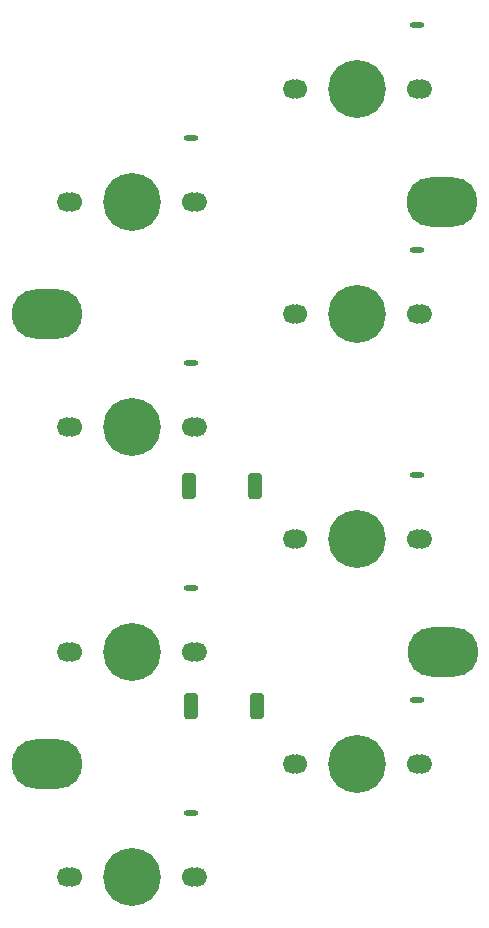
<source format=gbr>
%TF.GenerationSoftware,KiCad,Pcbnew,(7.0.0-0)*%
%TF.CreationDate,2023-02-26T21:11:16+09:00*%
%TF.ProjectId,pangaea-pcb-pinkey-k2-0.5ushift,70616e67-6165-4612-9d70-63622d70696e,rev?*%
%TF.SameCoordinates,Original*%
%TF.FileFunction,Soldermask,Top*%
%TF.FilePolarity,Negative*%
%FSLAX46Y46*%
G04 Gerber Fmt 4.6, Leading zero omitted, Abs format (unit mm)*
G04 Created by KiCad (PCBNEW (7.0.0-0)) date 2023-02-26 21:11:16*
%MOMM*%
%LPD*%
G01*
G04 APERTURE LIST*
G04 Aperture macros list*
%AMRoundRect*
0 Rectangle with rounded corners*
0 $1 Rounding radius*
0 $2 $3 $4 $5 $6 $7 $8 $9 X,Y pos of 4 corners*
0 Add a 4 corners polygon primitive as box body*
4,1,4,$2,$3,$4,$5,$6,$7,$8,$9,$2,$3,0*
0 Add four circle primitives for the rounded corners*
1,1,$1+$1,$2,$3*
1,1,$1+$1,$4,$5*
1,1,$1+$1,$6,$7*
1,1,$1+$1,$8,$9*
0 Add four rect primitives between the rounded corners*
20,1,$1+$1,$2,$3,$4,$5,0*
20,1,$1+$1,$4,$5,$6,$7,0*
20,1,$1+$1,$6,$7,$8,$9,0*
20,1,$1+$1,$8,$9,$2,$3,0*%
G04 Aperture macros list end*
%ADD10RoundRect,0.249600X-0.350400X-0.850400X0.350400X-0.850400X0.350400X0.850400X-0.350400X0.850400X0*%
%ADD11C,1.680000*%
%ADD12C,1.700000*%
%ADD13C,4.900000*%
%ADD14O,1.200000X0.500000*%
%ADD15O,6.000000X4.200000*%
G04 APERTURE END LIST*
D10*
%TO.C,J9*%
X36150000Y-59010000D03*
X41750000Y-59010000D03*
%TD*%
D11*
%TO.C,SW38*%
X44900000Y-82550000D03*
D12*
X45320000Y-82550000D03*
D13*
X50400000Y-82550000D03*
D14*
X55399999Y-77099999D03*
D12*
X55480000Y-82550000D03*
D11*
X55900000Y-82550000D03*
%TD*%
%TO.C,SW17*%
X25810000Y-53980000D03*
D12*
X26230000Y-53980000D03*
D13*
X31310000Y-53980000D03*
D14*
X36309999Y-48529999D03*
D12*
X36390000Y-53980000D03*
D11*
X36810000Y-53980000D03*
%TD*%
D15*
%TO.C,H11*%
X24119999Y-82549999D03*
%TD*%
D11*
%TO.C,SW13*%
X25810000Y-34930000D03*
D12*
X26230000Y-34930000D03*
D13*
X31310000Y-34930000D03*
D14*
X36309999Y-29479999D03*
D12*
X36390000Y-34930000D03*
D11*
X36810000Y-34930000D03*
%TD*%
%TO.C,SW18*%
X44900000Y-44450000D03*
D12*
X45320000Y-44450000D03*
D13*
X50400000Y-44450000D03*
D14*
X55399999Y-38999999D03*
D12*
X55480000Y-44450000D03*
D11*
X55900000Y-44450000D03*
%TD*%
%TO.C,SW34*%
X44900000Y-63500000D03*
D12*
X45320000Y-63500000D03*
D13*
X50400000Y-63500000D03*
D14*
X55399999Y-58049999D03*
D12*
X55480000Y-63500000D03*
D11*
X55900000Y-63500000D03*
%TD*%
%TO.C,SW33*%
X36810000Y-73030000D03*
D12*
X36390000Y-73030000D03*
D14*
X36309999Y-67579999D03*
D13*
X31310000Y-73030000D03*
D12*
X26230000Y-73030000D03*
D11*
X25810000Y-73030000D03*
%TD*%
D15*
%TO.C,H10*%
X57599999Y-73009999D03*
%TD*%
%TO.C,H12*%
X24119999Y-44449999D03*
%TD*%
%TO.C,H9*%
X57579999Y-34939999D03*
%TD*%
D11*
%TO.C,SW37*%
X25810000Y-92080000D03*
D12*
X26230000Y-92080000D03*
D13*
X31310000Y-92080000D03*
D14*
X36309999Y-86629999D03*
D12*
X36390000Y-92080000D03*
D11*
X36810000Y-92080000D03*
%TD*%
%TO.C,SW14*%
X44900000Y-25400000D03*
D12*
X45320000Y-25400000D03*
D13*
X50400000Y-25400000D03*
D14*
X55399999Y-19949999D03*
D12*
X55480000Y-25400000D03*
D11*
X55900000Y-25400000D03*
%TD*%
D10*
%TO.C,J8*%
X36290000Y-77640000D03*
X41890000Y-77640000D03*
%TD*%
M02*

</source>
